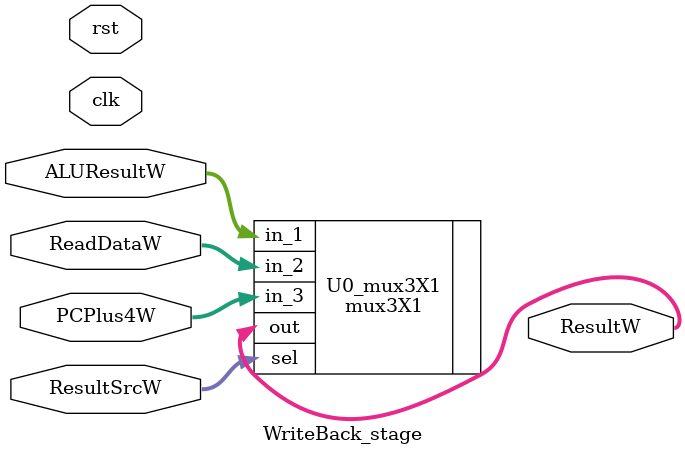
<source format=v>
module WriteBack_stage 
(
    input  wire                 clk        ,
    input  wire                 rst        ,

    input  wire     [31:0]      ALUResultW , // to next stage (Memory) & to ALU SrcA or SrcB

    input  wire     [31:0]      ReadDataW  , // to next stage (Memory)
    //input  wire     [31:0]      RdW        , // to next stage (Memory)
    input  wire     [31:0]      PCPlus4W   , // to previous stage (fetch)

    // control signals
    //input  wire                 RegWriteW  , 
    input  wire     [1 :0]      ResultSrcW , // to next stage (Memory)

    output wire     [31:0]      ResultW
);

mux3X1 U0_mux3X1 (
    .in_1       (ALUResultW   ) ,
    .in_2       (ReadDataW    ) ,
    .in_3       (PCPlus4W     ) ,
    .sel        (ResultSrcW   ) ,
      
    .out        (ResultW      )
);


endmodule
</source>
